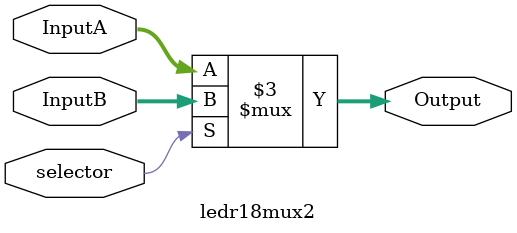
<source format=sv>
module ledr18mux2(
	input logic selector,
	input logic [17:0] InputA,
	input logic [17:0] InputB,
	output logic [17:0] Output
);

always_comb begin
	if (selector) Output = InputB;
	else Output = InputA;
end
endmodule

</source>
